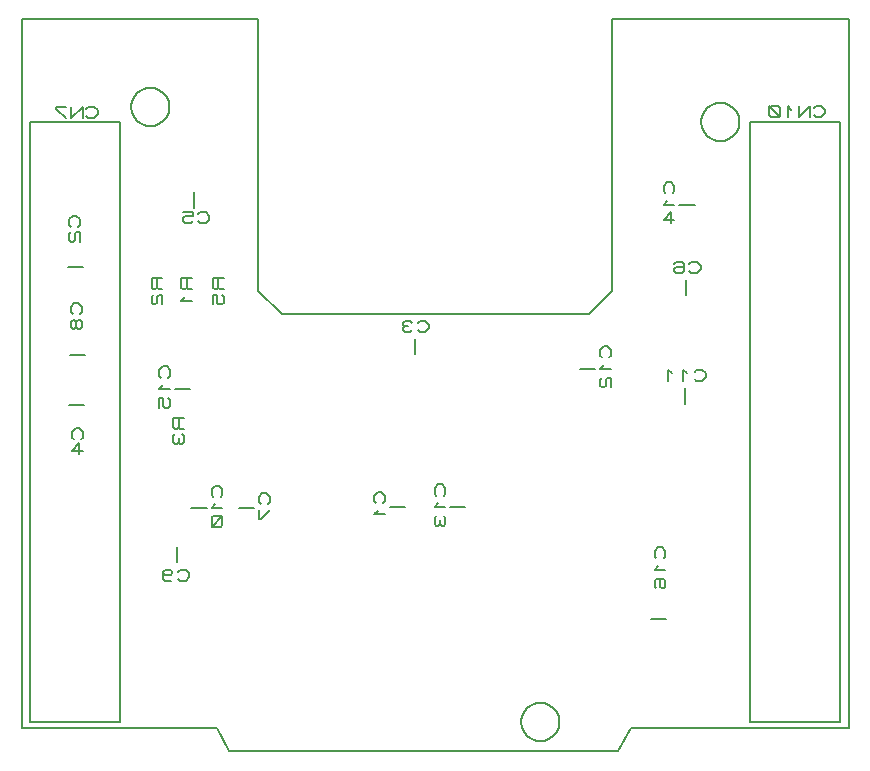
<source format=gbr>
G04 PROTEUS GERBER X2 FILE*
%TF.GenerationSoftware,Labcenter,Proteus,8.12-SP2-Build31155*%
%TF.CreationDate,2024-12-01T22:34:02+00:00*%
%TF.FileFunction,Legend,Bot*%
%TF.FilePolarity,Positive*%
%TF.Part,Single*%
%TF.SameCoordinates,{8af06a29-b4e8-4d9f-b474-ceea615e185d}*%
%FSLAX45Y45*%
%MOMM*%
G01*
%TA.AperFunction,Profile*%
%ADD71C,0.203200*%
%TA.AperFunction,Material*%
%ADD23C,0.203200*%
%ADD24C,0.200000*%
%TD.AperFunction*%
D71*
X+0Y+0D02*
X+1650000Y+0D01*
X+7000000Y+0D02*
X+7000000Y+6000000D01*
X+5000000Y+6000000D01*
X+5000000Y+3700000D01*
X+4800000Y+3500000D01*
X+2200000Y+3500000D01*
X+2000000Y+3700000D02*
X+2000000Y+6000000D01*
X+0Y+6000000D01*
X+0Y+0D01*
X+2000000Y+3700000D02*
X+2200000Y+3500000D01*
X+5160000Y+0D02*
X+7000000Y+0D01*
X+1750000Y-200000D02*
X+5050000Y-200000D01*
X+1650000Y+0D02*
X+1750000Y-200000D01*
X+5160000Y+0D02*
X+5050000Y-200000D01*
X+4550045Y+50000D02*
X+4549508Y+63142D01*
X+4545144Y+89427D01*
X+4536029Y+115712D01*
X+4521182Y+141997D01*
X+4498470Y+168118D01*
X+4472185Y+187898D01*
X+4445900Y+200658D01*
X+4419615Y+208108D01*
X+4393330Y+210987D01*
X+4389000Y+211045D01*
X+4227955Y+50000D02*
X+4228492Y+63142D01*
X+4232856Y+89427D01*
X+4241971Y+115712D01*
X+4256818Y+141997D01*
X+4279530Y+168118D01*
X+4305815Y+187898D01*
X+4332100Y+200658D01*
X+4358385Y+208108D01*
X+4384670Y+210987D01*
X+4389000Y+211045D01*
X+4227955Y+50000D02*
X+4228492Y+36858D01*
X+4232856Y+10573D01*
X+4241971Y-15712D01*
X+4256818Y-41997D01*
X+4279530Y-68118D01*
X+4305815Y-87898D01*
X+4332100Y-100658D01*
X+4358385Y-108108D01*
X+4384670Y-110987D01*
X+4389000Y-111045D01*
X+4550045Y+50000D02*
X+4549508Y+36858D01*
X+4545144Y+10573D01*
X+4536029Y-15712D01*
X+4521182Y-41997D01*
X+4498470Y-68118D01*
X+4472185Y-87898D01*
X+4445900Y-100658D01*
X+4419615Y-108108D01*
X+4393330Y-110987D01*
X+4389000Y-111045D01*
X+6074045Y+5130000D02*
X+6073508Y+5143142D01*
X+6069144Y+5169427D01*
X+6060029Y+5195712D01*
X+6045182Y+5221997D01*
X+6022470Y+5248118D01*
X+5996185Y+5267898D01*
X+5969900Y+5280658D01*
X+5943615Y+5288108D01*
X+5917330Y+5290987D01*
X+5913000Y+5291045D01*
X+5751955Y+5130000D02*
X+5752492Y+5143142D01*
X+5756856Y+5169427D01*
X+5765971Y+5195712D01*
X+5780818Y+5221997D01*
X+5803530Y+5248118D01*
X+5829815Y+5267898D01*
X+5856100Y+5280658D01*
X+5882385Y+5288108D01*
X+5908670Y+5290987D01*
X+5913000Y+5291045D01*
X+5751955Y+5130000D02*
X+5752492Y+5116858D01*
X+5756856Y+5090573D01*
X+5765971Y+5064288D01*
X+5780818Y+5038003D01*
X+5803530Y+5011882D01*
X+5829815Y+4992102D01*
X+5856100Y+4979342D01*
X+5882385Y+4971892D01*
X+5908670Y+4969013D01*
X+5913000Y+4968955D01*
X+6074045Y+5130000D02*
X+6073508Y+5116858D01*
X+6069144Y+5090573D01*
X+6060029Y+5064288D01*
X+6045182Y+5038003D01*
X+6022470Y+5011882D01*
X+5996185Y+4992102D01*
X+5969900Y+4979342D01*
X+5943615Y+4971892D01*
X+5917330Y+4969013D01*
X+5913000Y+4968955D01*
X+1248045Y+5257000D02*
X+1247508Y+5270142D01*
X+1243144Y+5296427D01*
X+1234029Y+5322712D01*
X+1219182Y+5348997D01*
X+1196470Y+5375118D01*
X+1170185Y+5394898D01*
X+1143900Y+5407658D01*
X+1117615Y+5415108D01*
X+1091330Y+5417987D01*
X+1087000Y+5418045D01*
X+925955Y+5257000D02*
X+926492Y+5270142D01*
X+930856Y+5296427D01*
X+939971Y+5322712D01*
X+954818Y+5348997D01*
X+977530Y+5375118D01*
X+1003815Y+5394898D01*
X+1030100Y+5407658D01*
X+1056385Y+5415108D01*
X+1082670Y+5417987D01*
X+1087000Y+5418045D01*
X+925955Y+5257000D02*
X+926492Y+5243858D01*
X+930856Y+5217573D01*
X+939971Y+5191288D01*
X+954818Y+5165003D01*
X+977530Y+5138882D01*
X+1003815Y+5119102D01*
X+1030100Y+5106342D01*
X+1056385Y+5098892D01*
X+1082670Y+5096013D01*
X+1087000Y+5095955D01*
X+1248045Y+5257000D02*
X+1247508Y+5243858D01*
X+1243144Y+5217573D01*
X+1234029Y+5191288D01*
X+1219182Y+5165003D01*
X+1196470Y+5138882D01*
X+1170185Y+5119102D01*
X+1143900Y+5106342D01*
X+1117615Y+5098892D01*
X+1091330Y+5096013D01*
X+1087000Y+5095955D01*
D23*
X+70000Y+46000D02*
X+830000Y+46000D01*
X+830000Y+5126000D01*
X+70000Y+5126000D01*
X+70000Y+46000D01*
X+545250Y+5181880D02*
X+561125Y+5166640D01*
X+608750Y+5166640D01*
X+640500Y+5197120D01*
X+640500Y+5227600D01*
X+608750Y+5258080D01*
X+561125Y+5258080D01*
X+545250Y+5242840D01*
X+513500Y+5166640D02*
X+513500Y+5258080D01*
X+418250Y+5166640D01*
X+418250Y+5258080D01*
X+370625Y+5258080D02*
X+291250Y+5258080D01*
X+291250Y+5242840D01*
X+370625Y+5166640D01*
X+6166000Y+50000D02*
X+6926000Y+50000D01*
X+6926000Y+5130000D01*
X+6166000Y+5130000D01*
X+6166000Y+50000D01*
X+6704750Y+5185880D02*
X+6720625Y+5170640D01*
X+6768250Y+5170640D01*
X+6800000Y+5201120D01*
X+6800000Y+5231600D01*
X+6768250Y+5262080D01*
X+6720625Y+5262080D01*
X+6704750Y+5246840D01*
X+6673000Y+5170640D02*
X+6673000Y+5262080D01*
X+6577750Y+5170640D01*
X+6577750Y+5262080D01*
X+6514250Y+5231600D02*
X+6482500Y+5262080D01*
X+6482500Y+5170640D01*
X+6419000Y+5185880D02*
X+6419000Y+5246840D01*
X+6403125Y+5262080D01*
X+6339625Y+5262080D01*
X+6323750Y+5246840D01*
X+6323750Y+5185880D01*
X+6339625Y+5170640D01*
X+6403125Y+5170640D01*
X+6419000Y+5185880D01*
X+6419000Y+5170640D02*
X+6323750Y+5262080D01*
D24*
X+5456419Y+918581D02*
X+5326419Y+918581D01*
D23*
X+5433099Y+1433831D02*
X+5448339Y+1449706D01*
X+5448339Y+1497331D01*
X+5417859Y+1529081D01*
X+5387379Y+1529081D01*
X+5356899Y+1497331D01*
X+5356899Y+1449706D01*
X+5372139Y+1433831D01*
X+5387379Y+1370331D02*
X+5356899Y+1338581D01*
X+5448339Y+1338581D01*
X+5372139Y+1179831D02*
X+5356899Y+1195706D01*
X+5356899Y+1243331D01*
X+5372139Y+1259206D01*
X+5433099Y+1259206D01*
X+5448339Y+1243331D01*
X+5448339Y+1195706D01*
X+5433099Y+1179831D01*
X+5417859Y+1179831D01*
X+5402619Y+1195706D01*
X+5402619Y+1259206D01*
D24*
X+1565000Y+1860000D02*
X+1435000Y+1860000D01*
D23*
X+1681680Y+1955250D02*
X+1696920Y+1971125D01*
X+1696920Y+2018750D01*
X+1666440Y+2050500D01*
X+1635960Y+2050500D01*
X+1605480Y+2018750D01*
X+1605480Y+1971125D01*
X+1620720Y+1955250D01*
X+1635960Y+1891750D02*
X+1605480Y+1860000D01*
X+1696920Y+1860000D01*
X+1681680Y+1796500D02*
X+1620720Y+1796500D01*
X+1605480Y+1780625D01*
X+1605480Y+1717125D01*
X+1620720Y+1701250D01*
X+1681680Y+1701250D01*
X+1696920Y+1717125D01*
X+1696920Y+1780625D01*
X+1681680Y+1796500D01*
X+1696920Y+1796500D02*
X+1605480Y+1701250D01*
D24*
X+3625000Y+1870000D02*
X+3755000Y+1870000D01*
D23*
X+3569280Y+1965250D02*
X+3584520Y+1981125D01*
X+3584520Y+2028750D01*
X+3554040Y+2060500D01*
X+3523560Y+2060500D01*
X+3493080Y+2028750D01*
X+3493080Y+1981125D01*
X+3508320Y+1965250D01*
X+3523560Y+1901750D02*
X+3493080Y+1870000D01*
X+3584520Y+1870000D01*
X+3508320Y+1790625D02*
X+3493080Y+1774750D01*
X+3493080Y+1727125D01*
X+3508320Y+1711250D01*
X+3523560Y+1711250D01*
X+3538800Y+1727125D01*
X+3554040Y+1711250D01*
X+3569280Y+1711250D01*
X+3584520Y+1727125D01*
X+3584520Y+1774750D01*
X+3569280Y+1790625D01*
X+3538800Y+1758875D02*
X+3538800Y+1727125D01*
D24*
X+1460000Y+4405000D02*
X+1460000Y+4535000D01*
D23*
X+1491750Y+4288320D02*
X+1507625Y+4273080D01*
X+1555250Y+4273080D01*
X+1587000Y+4303560D01*
X+1587000Y+4334040D01*
X+1555250Y+4364520D01*
X+1507625Y+4364520D01*
X+1491750Y+4349280D01*
X+1364750Y+4364520D02*
X+1444125Y+4364520D01*
X+1444125Y+4334040D01*
X+1380625Y+4334040D01*
X+1364750Y+4318800D01*
X+1364750Y+4288320D01*
X+1380625Y+4273080D01*
X+1428250Y+4273080D01*
X+1444125Y+4288320D01*
X+1439520Y+3807000D02*
X+1348080Y+3807000D01*
X+1348080Y+3727625D01*
X+1363320Y+3711750D01*
X+1378560Y+3711750D01*
X+1393800Y+3727625D01*
X+1393800Y+3807000D01*
X+1393800Y+3727625D02*
X+1409040Y+3711750D01*
X+1439520Y+3711750D01*
X+1378560Y+3648250D02*
X+1348080Y+3616500D01*
X+1439520Y+3616500D01*
X+1189520Y+3807000D02*
X+1098080Y+3807000D01*
X+1098080Y+3727625D01*
X+1113320Y+3711750D01*
X+1128560Y+3711750D01*
X+1143800Y+3727625D01*
X+1143800Y+3807000D01*
X+1143800Y+3727625D02*
X+1159040Y+3711750D01*
X+1189520Y+3711750D01*
X+1113320Y+3664125D02*
X+1098080Y+3648250D01*
X+1098080Y+3600625D01*
X+1113320Y+3584750D01*
X+1128560Y+3584750D01*
X+1143800Y+3600625D01*
X+1143800Y+3648250D01*
X+1159040Y+3664125D01*
X+1189520Y+3664125D01*
X+1189520Y+3584750D01*
X+1371920Y+2627000D02*
X+1280480Y+2627000D01*
X+1280480Y+2547625D01*
X+1295720Y+2531750D01*
X+1310960Y+2531750D01*
X+1326200Y+2547625D01*
X+1326200Y+2627000D01*
X+1326200Y+2547625D02*
X+1341440Y+2531750D01*
X+1371920Y+2531750D01*
X+1295720Y+2484125D02*
X+1280480Y+2468250D01*
X+1280480Y+2420625D01*
X+1295720Y+2404750D01*
X+1310960Y+2404750D01*
X+1326200Y+2420625D01*
X+1341440Y+2404750D01*
X+1356680Y+2404750D01*
X+1371920Y+2420625D01*
X+1371920Y+2468250D01*
X+1356680Y+2484125D01*
X+1326200Y+2452375D02*
X+1326200Y+2420625D01*
X+1709520Y+3807000D02*
X+1618080Y+3807000D01*
X+1618080Y+3727625D01*
X+1633320Y+3711750D01*
X+1648560Y+3711750D01*
X+1663800Y+3727625D01*
X+1663800Y+3807000D01*
X+1663800Y+3727625D02*
X+1679040Y+3711750D01*
X+1709520Y+3711750D01*
X+1618080Y+3584750D02*
X+1618080Y+3664125D01*
X+1648560Y+3664125D01*
X+1648560Y+3600625D01*
X+1663800Y+3584750D01*
X+1694280Y+3584750D01*
X+1709520Y+3600625D01*
X+1709520Y+3648250D01*
X+1694280Y+3664125D01*
D24*
X+3115000Y+1870000D02*
X+3245000Y+1870000D01*
D23*
X+3059280Y+1901750D02*
X+3074520Y+1917625D01*
X+3074520Y+1965250D01*
X+3044040Y+1997000D01*
X+3013560Y+1997000D01*
X+2983080Y+1965250D01*
X+2983080Y+1917625D01*
X+2998320Y+1901750D01*
X+3013560Y+1838250D02*
X+2983080Y+1806500D01*
X+3074520Y+1806500D01*
D24*
X+520500Y+3900000D02*
X+390500Y+3900000D01*
D23*
X+477180Y+4241750D02*
X+492420Y+4257625D01*
X+492420Y+4305250D01*
X+461940Y+4337000D01*
X+431460Y+4337000D01*
X+400980Y+4305250D01*
X+400980Y+4257625D01*
X+416220Y+4241750D01*
X+416220Y+4194125D02*
X+400980Y+4178250D01*
X+400980Y+4130625D01*
X+416220Y+4114750D01*
X+431460Y+4114750D01*
X+446700Y+4130625D01*
X+446700Y+4178250D01*
X+461940Y+4194125D01*
X+492420Y+4194125D01*
X+492420Y+4114750D01*
D24*
X+3330000Y+3165000D02*
X+3330000Y+3295000D01*
D23*
X+3351750Y+3368320D02*
X+3367625Y+3353080D01*
X+3415250Y+3353080D01*
X+3447000Y+3383560D01*
X+3447000Y+3414040D01*
X+3415250Y+3444520D01*
X+3367625Y+3444520D01*
X+3351750Y+3429280D01*
X+3304125Y+3429280D02*
X+3288250Y+3444520D01*
X+3240625Y+3444520D01*
X+3224750Y+3429280D01*
X+3224750Y+3414040D01*
X+3240625Y+3398800D01*
X+3224750Y+3383560D01*
X+3224750Y+3368320D01*
X+3240625Y+3353080D01*
X+3288250Y+3353080D01*
X+3304125Y+3368320D01*
X+3272375Y+3398800D02*
X+3240625Y+3398800D01*
D24*
X+395000Y+2730000D02*
X+525000Y+2730000D01*
D23*
X+499280Y+2441750D02*
X+514520Y+2457625D01*
X+514520Y+2505250D01*
X+484040Y+2537000D01*
X+453560Y+2537000D01*
X+423080Y+2505250D01*
X+423080Y+2457625D01*
X+438320Y+2441750D01*
X+484040Y+2314750D02*
X+484040Y+2410000D01*
X+423080Y+2346500D01*
X+514520Y+2346500D01*
D24*
X+5620000Y+3665000D02*
X+5620000Y+3795000D01*
D23*
X+5651750Y+3868320D02*
X+5667625Y+3853080D01*
X+5715250Y+3853080D01*
X+5747000Y+3883560D01*
X+5747000Y+3914040D01*
X+5715250Y+3944520D01*
X+5667625Y+3944520D01*
X+5651750Y+3929280D01*
X+5524750Y+3929280D02*
X+5540625Y+3944520D01*
X+5588250Y+3944520D01*
X+5604125Y+3929280D01*
X+5604125Y+3868320D01*
X+5588250Y+3853080D01*
X+5540625Y+3853080D01*
X+5524750Y+3868320D01*
X+5524750Y+3883560D01*
X+5540625Y+3898800D01*
X+5604125Y+3898800D01*
D24*
X+1965000Y+1860000D02*
X+1835000Y+1860000D01*
D23*
X+2081680Y+1891750D02*
X+2096920Y+1907625D01*
X+2096920Y+1955250D01*
X+2066440Y+1987000D01*
X+2035960Y+1987000D01*
X+2005480Y+1955250D01*
X+2005480Y+1907625D01*
X+2020720Y+1891750D01*
X+2005480Y+1844125D02*
X+2005480Y+1764750D01*
X+2020720Y+1764750D01*
X+2096920Y+1844125D01*
D24*
X+405000Y+3160000D02*
X+535000Y+3160000D01*
D23*
X+489280Y+3501750D02*
X+504520Y+3517625D01*
X+504520Y+3565250D01*
X+474040Y+3597000D01*
X+443560Y+3597000D01*
X+413080Y+3565250D01*
X+413080Y+3517625D01*
X+428320Y+3501750D01*
X+458800Y+3438250D02*
X+443560Y+3454125D01*
X+428320Y+3454125D01*
X+413080Y+3438250D01*
X+413080Y+3390625D01*
X+428320Y+3374750D01*
X+443560Y+3374750D01*
X+458800Y+3390625D01*
X+458800Y+3438250D01*
X+474040Y+3454125D01*
X+489280Y+3454125D01*
X+504520Y+3438250D01*
X+504520Y+3390625D01*
X+489280Y+3374750D01*
X+474040Y+3374750D01*
X+458800Y+3390625D01*
D24*
X+1310000Y+1535000D02*
X+1310000Y+1405000D01*
D23*
X+1321750Y+1260720D02*
X+1337625Y+1245480D01*
X+1385250Y+1245480D01*
X+1417000Y+1275960D01*
X+1417000Y+1306440D01*
X+1385250Y+1336920D01*
X+1337625Y+1336920D01*
X+1321750Y+1321680D01*
X+1194750Y+1306440D02*
X+1210625Y+1291200D01*
X+1258250Y+1291200D01*
X+1274125Y+1306440D01*
X+1274125Y+1321680D01*
X+1258250Y+1336920D01*
X+1210625Y+1336920D01*
X+1194750Y+1321680D01*
X+1194750Y+1260720D01*
X+1210625Y+1245480D01*
X+1258250Y+1245480D01*
D24*
X+5610000Y+2875000D02*
X+5610000Y+2745000D01*
D23*
X+5695250Y+2954220D02*
X+5711125Y+2938980D01*
X+5758750Y+2938980D01*
X+5790500Y+2969460D01*
X+5790500Y+2999940D01*
X+5758750Y+3030420D01*
X+5711125Y+3030420D01*
X+5695250Y+3015180D01*
X+5631750Y+2999940D02*
X+5600000Y+3030420D01*
X+5600000Y+2938980D01*
X+5504750Y+2999940D02*
X+5473000Y+3030420D01*
X+5473000Y+2938980D01*
D24*
X+4855000Y+3040000D02*
X+4725000Y+3040000D01*
D23*
X+4971680Y+3135250D02*
X+4986920Y+3151125D01*
X+4986920Y+3198750D01*
X+4956440Y+3230500D01*
X+4925960Y+3230500D01*
X+4895480Y+3198750D01*
X+4895480Y+3151125D01*
X+4910720Y+3135250D01*
X+4925960Y+3071750D02*
X+4895480Y+3040000D01*
X+4986920Y+3040000D01*
X+4910720Y+2960625D02*
X+4895480Y+2944750D01*
X+4895480Y+2897125D01*
X+4910720Y+2881250D01*
X+4925960Y+2881250D01*
X+4941200Y+2897125D01*
X+4941200Y+2944750D01*
X+4956440Y+2960625D01*
X+4986920Y+2960625D01*
X+4986920Y+2881250D01*
D24*
X+5565000Y+4430000D02*
X+5695000Y+4430000D01*
D23*
X+5509280Y+4525250D02*
X+5524520Y+4541125D01*
X+5524520Y+4588750D01*
X+5494040Y+4620500D01*
X+5463560Y+4620500D01*
X+5433080Y+4588750D01*
X+5433080Y+4541125D01*
X+5448320Y+4525250D01*
X+5463560Y+4461750D02*
X+5433080Y+4430000D01*
X+5524520Y+4430000D01*
X+5494040Y+4271250D02*
X+5494040Y+4366500D01*
X+5433080Y+4303000D01*
X+5524520Y+4303000D01*
D24*
X+1295000Y+2870000D02*
X+1425000Y+2870000D01*
D23*
X+1239280Y+2965250D02*
X+1254520Y+2981125D01*
X+1254520Y+3028750D01*
X+1224040Y+3060500D01*
X+1193560Y+3060500D01*
X+1163080Y+3028750D01*
X+1163080Y+2981125D01*
X+1178320Y+2965250D01*
X+1193560Y+2901750D02*
X+1163080Y+2870000D01*
X+1254520Y+2870000D01*
X+1163080Y+2711250D02*
X+1163080Y+2790625D01*
X+1193560Y+2790625D01*
X+1193560Y+2727125D01*
X+1208800Y+2711250D01*
X+1239280Y+2711250D01*
X+1254520Y+2727125D01*
X+1254520Y+2774750D01*
X+1239280Y+2790625D01*
M02*

</source>
